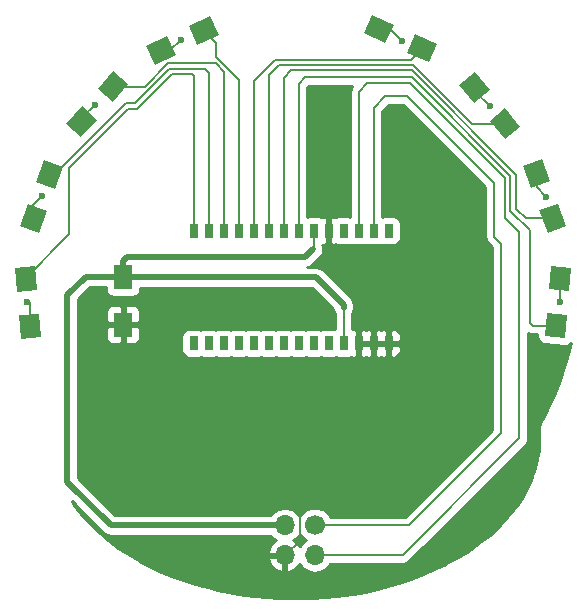
<source format=gbl>
G04 #@! TF.FileFunction,Copper,L2,Bot,Signal*
%FSLAX46Y46*%
G04 Gerber Fmt 4.6, Leading zero omitted, Abs format (unit mm)*
G04 Created by KiCad (PCBNEW 4.0.7) date 06/13/18 09:16:30*
%MOMM*%
%LPD*%
G01*
G04 APERTURE LIST*
%ADD10C,0.100000*%
%ADD11C,1.700000*%
%ADD12O,1.700000X1.700000*%
%ADD13R,0.762000X1.143000*%
%ADD14R,1.600000X2.000000*%
%ADD15C,0.600000*%
%ADD16C,0.500000*%
%ADD17C,0.200000*%
%ADD18C,0.254000*%
G04 APERTURE END LIST*
D10*
D11*
X100965000Y-120904000D03*
D12*
X100965000Y-123444000D03*
X98425000Y-120904000D03*
X98425000Y-123444000D03*
D10*
G36*
X118352700Y-87146564D02*
X117050425Y-88239303D01*
X115764850Y-86707214D01*
X117067125Y-85614475D01*
X118352700Y-87146564D01*
X118352700Y-87146564D01*
G37*
G36*
X115781550Y-84082386D02*
X114479275Y-85175125D01*
X113193700Y-83643036D01*
X114495975Y-82550297D01*
X115781550Y-84082386D01*
X115781550Y-84082386D01*
G37*
G36*
X75548968Y-99142699D02*
X77242499Y-98994534D01*
X77416810Y-100986923D01*
X75723279Y-101135088D01*
X75548968Y-99142699D01*
X75548968Y-99142699D01*
G37*
G36*
X75897590Y-103127477D02*
X77591121Y-102979312D01*
X77765432Y-104971701D01*
X76071901Y-105119866D01*
X75897590Y-103127477D01*
X75897590Y-103127477D01*
G37*
G36*
X78052921Y-89955805D02*
X79650399Y-90537240D01*
X78966359Y-92416625D01*
X77368881Y-91835190D01*
X78052921Y-89955805D01*
X78052921Y-89955805D01*
G37*
G36*
X76684841Y-93714575D02*
X78282319Y-94296010D01*
X77598279Y-96175395D01*
X76000801Y-95593960D01*
X76684841Y-93714575D01*
X76684841Y-93714575D01*
G37*
G36*
X83925719Y-82444204D02*
X85189065Y-83581726D01*
X83850803Y-85068016D01*
X82587457Y-83930494D01*
X83925719Y-82444204D01*
X83925719Y-82444204D01*
G37*
G36*
X81249197Y-85416784D02*
X82512543Y-86554306D01*
X81174281Y-88040596D01*
X79910935Y-86903074D01*
X81249197Y-85416784D01*
X81249197Y-85416784D01*
G37*
G36*
X92123298Y-77819383D02*
X92841749Y-79360106D01*
X91029134Y-80205343D01*
X90310683Y-78664620D01*
X92123298Y-77819383D01*
X92123298Y-77819383D01*
G37*
G36*
X88498066Y-79509857D02*
X89216517Y-81050580D01*
X87403902Y-81895817D01*
X86685451Y-80355094D01*
X88498066Y-79509857D01*
X88498066Y-79509857D01*
G37*
G36*
X111290363Y-80148896D02*
X110598910Y-81701923D01*
X108771819Y-80888450D01*
X109463272Y-79335423D01*
X111290363Y-80148896D01*
X111290363Y-80148896D01*
G37*
G36*
X107636181Y-78521950D02*
X106944728Y-80074977D01*
X105117637Y-79261504D01*
X105809090Y-77708477D01*
X107636181Y-78521950D01*
X107636181Y-78521950D01*
G37*
G36*
X122271599Y-95543160D02*
X120674121Y-96124595D01*
X119990081Y-94245210D01*
X121587559Y-93663775D01*
X122271599Y-95543160D01*
X122271599Y-95543160D01*
G37*
G36*
X120903519Y-91784390D02*
X119306041Y-92365825D01*
X118622001Y-90486440D01*
X120219479Y-89905005D01*
X120903519Y-91784390D01*
X120903519Y-91784390D01*
G37*
G36*
X122149699Y-105069066D02*
X120456168Y-104920901D01*
X120630479Y-102928512D01*
X122324010Y-103076677D01*
X122149699Y-105069066D01*
X122149699Y-105069066D01*
G37*
G36*
X122498321Y-101084288D02*
X120804790Y-100936123D01*
X120979101Y-98943734D01*
X122672632Y-99091899D01*
X122498321Y-101084288D01*
X122498321Y-101084288D01*
G37*
D13*
X90708480Y-95973900D03*
X91978480Y-95973900D03*
X93248480Y-95973900D03*
X94518480Y-95973900D03*
X95788480Y-95973900D03*
X97058480Y-95973900D03*
X98328480Y-95973900D03*
X99598480Y-95973900D03*
X100868480Y-95973900D03*
X102138480Y-95973900D03*
X104678480Y-95973900D03*
X103408480Y-95973900D03*
X105948480Y-95973900D03*
X107218480Y-95973900D03*
X107218480Y-105498900D03*
X105948480Y-105498900D03*
X104678480Y-105498900D03*
X103408480Y-105498900D03*
X102138480Y-105498900D03*
X100868480Y-105498900D03*
X99598480Y-105498900D03*
X98328480Y-105498900D03*
X97058480Y-105498900D03*
X95788480Y-105498900D03*
X94518480Y-105498900D03*
X93248480Y-105498900D03*
X91978480Y-105498900D03*
X90708480Y-105498900D03*
D14*
X84734400Y-99917500D03*
X84734400Y-103917500D03*
D15*
X76611480Y-102011480D03*
X77871320Y-93040200D03*
X82336640Y-85308440D03*
X89611200Y-79822040D03*
X108356400Y-79898240D03*
X115783360Y-85440520D03*
X120548400Y-93080840D03*
X121732040Y-102031800D03*
D16*
X103408480Y-102549960D02*
X103408480Y-102227380D01*
X101098600Y-99917500D02*
X84734400Y-99917500D01*
X103408480Y-102227380D02*
X101098600Y-99917500D01*
X84734400Y-99917500D02*
X84734400Y-98488500D01*
X84734400Y-98488500D02*
X85039200Y-98183700D01*
X85039200Y-98183700D02*
X100164900Y-98183700D01*
X100164900Y-98183700D02*
X100812600Y-97536000D01*
D17*
X100868480Y-95973900D02*
X100868480Y-97373440D01*
X100868480Y-97373440D02*
X100868480Y-97414080D01*
D16*
X98425000Y-120904000D02*
X83687920Y-120904000D01*
X83687920Y-120904000D02*
X80020160Y-117236240D01*
X80020160Y-117236240D02*
X80020160Y-101422200D01*
X80020160Y-101422200D02*
X81593440Y-99848920D01*
X81593440Y-99848920D02*
X84772500Y-99848920D01*
D17*
X103408480Y-105498900D02*
X103408480Y-102549960D01*
X103408480Y-102549960D02*
X103408480Y-102478840D01*
X103408480Y-102478840D02*
X103403400Y-102473760D01*
X102138480Y-95973900D02*
X102138480Y-97680780D01*
X84734400Y-105613200D02*
X84734400Y-103917500D01*
X87096600Y-107975400D02*
X84734400Y-105613200D01*
X107365800Y-107975400D02*
X87096600Y-107975400D01*
X109080300Y-106260900D02*
X107365800Y-107975400D01*
X109080300Y-100012500D02*
X109080300Y-106260900D01*
X107784900Y-98717100D02*
X109080300Y-100012500D01*
X103174800Y-98717100D02*
X107784900Y-98717100D01*
X102138480Y-97680780D02*
X103174800Y-98717100D01*
X104678480Y-105498900D02*
X104678480Y-106547920D01*
X88601300Y-103917500D02*
X84734400Y-103917500D01*
X89001600Y-104317800D02*
X88601300Y-103917500D01*
X89001600Y-106908600D02*
X89001600Y-104317800D01*
X89535000Y-107442000D02*
X89001600Y-106908600D01*
X103784400Y-107442000D02*
X89535000Y-107442000D01*
X104678480Y-106547920D02*
X103784400Y-107442000D01*
X98425000Y-123444000D02*
X98442780Y-123444000D01*
X98442780Y-123444000D02*
X99684840Y-122201940D01*
X99684840Y-122201940D02*
X99684840Y-119969280D01*
X99684840Y-119969280D02*
X99214940Y-119499380D01*
X99214940Y-119499380D02*
X84350860Y-119499380D01*
X84350860Y-119499380D02*
X81381600Y-116530120D01*
X81381600Y-116530120D02*
X81381600Y-104736900D01*
X81381600Y-104736900D02*
X82269580Y-103848920D01*
X82269580Y-103848920D02*
X84734400Y-103848920D01*
X107218480Y-105498900D02*
X105948480Y-105498900D01*
X105948480Y-105498900D02*
X104678480Y-105498900D01*
X76831511Y-104049589D02*
X76831511Y-102231511D01*
X76831511Y-102231511D02*
X76611480Y-102011480D01*
X76831511Y-102053711D02*
X76733400Y-101955600D01*
X77141560Y-93769960D02*
X77141560Y-94944985D01*
X77871320Y-93040200D02*
X77141560Y-93769960D01*
X81211739Y-86728690D02*
X81211739Y-86433341D01*
X81211739Y-86433341D02*
X82336640Y-85308440D01*
X87950984Y-80702837D02*
X88730403Y-80702837D01*
X88730403Y-80702837D02*
X89611200Y-79822040D01*
X106376909Y-78891727D02*
X107349887Y-78891727D01*
X107349887Y-78891727D02*
X108356400Y-79898240D01*
X114487625Y-83862711D02*
X114487625Y-84144785D01*
X114487625Y-84144785D02*
X115783360Y-85440520D01*
X119762760Y-91135415D02*
X119762760Y-92295200D01*
X119762760Y-92295200D02*
X120548400Y-93080840D01*
X121738711Y-100014011D02*
X121738711Y-102025129D01*
X121738711Y-102025129D02*
X121732040Y-102031800D01*
X90766900Y-96024700D02*
X90766900Y-82870040D01*
X80162400Y-96281240D02*
X76334339Y-100109301D01*
X80162400Y-90642440D02*
X80162400Y-96281240D01*
X85156040Y-85648800D02*
X80162400Y-90642440D01*
X85877400Y-85648800D02*
X85156040Y-85648800D01*
X88849200Y-82677000D02*
X85877400Y-85648800D01*
X90573860Y-82677000D02*
X88849200Y-82677000D01*
X90766900Y-82870040D02*
X90573860Y-82677000D01*
X92036900Y-96024700D02*
X92036900Y-82641440D01*
X84963000Y-85156040D02*
X78932825Y-91186215D01*
X85765640Y-85156040D02*
X84963000Y-85156040D01*
X88661240Y-82260440D02*
X85765640Y-85156040D01*
X91655900Y-82260440D02*
X88661240Y-82260440D01*
X92036900Y-82641440D02*
X91655900Y-82260440D01*
X78932825Y-91186215D02*
X78509640Y-91186215D01*
X93306900Y-96024700D02*
X93306900Y-82522060D01*
X86591530Y-83756110D02*
X83888261Y-83756110D01*
X88544400Y-81803240D02*
X86591530Y-83756110D01*
X92588080Y-81803240D02*
X88544400Y-81803240D01*
X93306900Y-82522060D02*
X92588080Y-81803240D01*
X94576900Y-96024700D02*
X94576900Y-83187540D01*
X92623640Y-80059787D02*
X91576216Y-79012363D01*
X92623640Y-81234280D02*
X92623640Y-80059787D01*
X94576900Y-83187540D02*
X92623640Y-81234280D01*
X95788480Y-95973900D02*
X95788480Y-83281520D01*
X109076724Y-81473040D02*
X110031091Y-80518673D01*
X97596960Y-81473040D02*
X109076724Y-81473040D01*
X95788480Y-83281520D02*
X97596960Y-81473040D01*
X97058480Y-95973900D02*
X97058480Y-82763360D01*
X114320789Y-86926889D02*
X117058775Y-86926889D01*
X109313980Y-81920080D02*
X114320789Y-86926889D01*
X97901760Y-81920080D02*
X109313980Y-81920080D01*
X97058480Y-82763360D02*
X97901760Y-81920080D01*
X98328480Y-95973900D02*
X98328480Y-83002120D01*
X118810825Y-94894185D02*
X121130840Y-94894185D01*
X118018560Y-94101920D02*
X118810825Y-94894185D01*
X118018560Y-91224100D02*
X118018560Y-94101920D01*
X109189520Y-82395060D02*
X118018560Y-91224100D01*
X98935540Y-82395060D02*
X109189520Y-82395060D01*
X98328480Y-83002120D02*
X98935540Y-82395060D01*
X99598480Y-95973900D02*
X99598480Y-83520280D01*
X119421669Y-103998789D02*
X121390089Y-103998789D01*
X119176800Y-103753920D02*
X119421669Y-103998789D01*
X119176800Y-95897700D02*
X119176800Y-103753920D01*
X117538500Y-94259400D02*
X119176800Y-95897700D01*
X117538500Y-91358720D02*
X117538500Y-94259400D01*
X109161580Y-82981800D02*
X117538500Y-91358720D01*
X100136960Y-82981800D02*
X109161580Y-82981800D01*
X99598480Y-83520280D02*
X100136960Y-82981800D01*
X100965000Y-123444000D02*
X108402120Y-123444000D01*
X104678480Y-84195920D02*
X104678480Y-95973900D01*
X105399840Y-83474560D02*
X104678480Y-84195920D01*
X109057440Y-83474560D02*
X105399840Y-83474560D01*
X117096540Y-91513660D02*
X109057440Y-83474560D01*
X117096540Y-94912180D02*
X117096540Y-91513660D01*
X118297960Y-96113600D02*
X117096540Y-94912180D01*
X118297960Y-113548160D02*
X118297960Y-96113600D01*
X108402120Y-123444000D02*
X118297960Y-113548160D01*
X105948480Y-95973900D02*
X105948480Y-85552280D01*
X108930440Y-120904000D02*
X100965000Y-120904000D01*
X116733320Y-113101120D02*
X108930440Y-120904000D01*
X116733320Y-97063560D02*
X116733320Y-113101120D01*
X116146580Y-96476820D02*
X116733320Y-97063560D01*
X116146580Y-91950540D02*
X116146580Y-96476820D01*
X108770420Y-84574380D02*
X116146580Y-91950540D01*
X106926380Y-84574380D02*
X108770420Y-84574380D01*
X105948480Y-85552280D02*
X106926380Y-84574380D01*
D18*
G36*
X119089680Y-104643952D02*
X119140397Y-104677840D01*
X119421669Y-104733789D01*
X119822625Y-104733789D01*
X119811192Y-104864473D01*
X119834792Y-105102753D01*
X119954498Y-105330176D01*
X120153254Y-105493109D01*
X120399740Y-105565877D01*
X122093271Y-105714042D01*
X122331551Y-105690442D01*
X122558974Y-105570736D01*
X122625661Y-105489387D01*
X122499884Y-106055382D01*
X122253495Y-106991663D01*
X122008172Y-107776696D01*
X121708163Y-108626721D01*
X121464549Y-109308840D01*
X121222840Y-109840600D01*
X121221048Y-109848242D01*
X121216607Y-109854717D01*
X120920024Y-110546744D01*
X120527763Y-111331266D01*
X120193111Y-111952762D01*
X120110044Y-112077363D01*
X120083490Y-112141659D01*
X120044846Y-112199495D01*
X120031132Y-112268438D01*
X120004298Y-112333414D01*
X120004371Y-112402977D01*
X119990800Y-112471200D01*
X119990800Y-113965674D01*
X119945154Y-114513431D01*
X119802743Y-115320423D01*
X119612213Y-116082544D01*
X119468435Y-116513878D01*
X119279023Y-117082113D01*
X118808461Y-118070293D01*
X118476200Y-118592418D01*
X118139162Y-119122049D01*
X117264531Y-120239633D01*
X116647674Y-120903942D01*
X115763476Y-121689895D01*
X115083548Y-122272691D01*
X114606477Y-122606641D01*
X113814270Y-123151283D01*
X113071108Y-123597180D01*
X112586488Y-123887952D01*
X112102878Y-124129757D01*
X112090506Y-124139359D01*
X112075594Y-124144148D01*
X111640267Y-124385996D01*
X110908743Y-124727374D01*
X110118523Y-125073095D01*
X108832324Y-125567787D01*
X107751894Y-125911560D01*
X106813110Y-126158609D01*
X105967468Y-126357583D01*
X104773445Y-126606338D01*
X103534391Y-126804587D01*
X102687653Y-126904203D01*
X101799324Y-127002906D01*
X100670170Y-127052000D01*
X97860510Y-127052000D01*
X96976858Y-127002908D01*
X95839014Y-126903965D01*
X94452923Y-126705952D01*
X93158873Y-126457096D01*
X92720720Y-126359729D01*
X91917002Y-126158800D01*
X91917001Y-126158799D01*
X91510602Y-126057200D01*
X91510601Y-126057199D01*
X91125931Y-125961032D01*
X90039352Y-125615302D01*
X89050255Y-125269118D01*
X87966566Y-124825791D01*
X87127149Y-124430771D01*
X86239739Y-123987066D01*
X85918164Y-123800890D01*
X96983524Y-123800890D01*
X97153355Y-124210924D01*
X97543642Y-124639183D01*
X98068108Y-124885486D01*
X98298000Y-124764819D01*
X98298000Y-123571000D01*
X97104845Y-123571000D01*
X96983524Y-123800890D01*
X85918164Y-123800890D01*
X85309182Y-123448321D01*
X84331308Y-122812703D01*
X83499450Y-122176576D01*
X82672215Y-121495323D01*
X82340846Y-121163954D01*
X82340843Y-121163952D01*
X81842140Y-120665248D01*
X81213782Y-119988556D01*
X80594335Y-119178510D01*
X80400143Y-118867803D01*
X83062128Y-121529787D01*
X83062130Y-121529790D01*
X83349245Y-121721633D01*
X83405436Y-121732810D01*
X83687920Y-121789001D01*
X83687925Y-121789000D01*
X97235568Y-121789000D01*
X97345853Y-121954054D01*
X97686553Y-122181702D01*
X97543642Y-122248817D01*
X97153355Y-122677076D01*
X96983524Y-123087110D01*
X97104845Y-123317000D01*
X98298000Y-123317000D01*
X98298000Y-123297000D01*
X98552000Y-123297000D01*
X98552000Y-123317000D01*
X98572000Y-123317000D01*
X98572000Y-123571000D01*
X98552000Y-123571000D01*
X98552000Y-124764819D01*
X98781892Y-124885486D01*
X99306358Y-124639183D01*
X99696645Y-124210924D01*
X99696655Y-124210899D01*
X99885853Y-124494054D01*
X100367622Y-124815961D01*
X100935907Y-124929000D01*
X100994093Y-124929000D01*
X101562378Y-124815961D01*
X102044147Y-124494054D01*
X102254659Y-124179000D01*
X108402120Y-124179000D01*
X108683392Y-124123051D01*
X108921843Y-123963723D01*
X118817683Y-114067884D01*
X118977011Y-113829432D01*
X118987061Y-113778908D01*
X119032960Y-113548160D01*
X119032960Y-104606053D01*
X119089680Y-104643952D01*
X119089680Y-104643952D01*
G37*
X119089680Y-104643952D02*
X119140397Y-104677840D01*
X119421669Y-104733789D01*
X119822625Y-104733789D01*
X119811192Y-104864473D01*
X119834792Y-105102753D01*
X119954498Y-105330176D01*
X120153254Y-105493109D01*
X120399740Y-105565877D01*
X122093271Y-105714042D01*
X122331551Y-105690442D01*
X122558974Y-105570736D01*
X122625661Y-105489387D01*
X122499884Y-106055382D01*
X122253495Y-106991663D01*
X122008172Y-107776696D01*
X121708163Y-108626721D01*
X121464549Y-109308840D01*
X121222840Y-109840600D01*
X121221048Y-109848242D01*
X121216607Y-109854717D01*
X120920024Y-110546744D01*
X120527763Y-111331266D01*
X120193111Y-111952762D01*
X120110044Y-112077363D01*
X120083490Y-112141659D01*
X120044846Y-112199495D01*
X120031132Y-112268438D01*
X120004298Y-112333414D01*
X120004371Y-112402977D01*
X119990800Y-112471200D01*
X119990800Y-113965674D01*
X119945154Y-114513431D01*
X119802743Y-115320423D01*
X119612213Y-116082544D01*
X119468435Y-116513878D01*
X119279023Y-117082113D01*
X118808461Y-118070293D01*
X118476200Y-118592418D01*
X118139162Y-119122049D01*
X117264531Y-120239633D01*
X116647674Y-120903942D01*
X115763476Y-121689895D01*
X115083548Y-122272691D01*
X114606477Y-122606641D01*
X113814270Y-123151283D01*
X113071108Y-123597180D01*
X112586488Y-123887952D01*
X112102878Y-124129757D01*
X112090506Y-124139359D01*
X112075594Y-124144148D01*
X111640267Y-124385996D01*
X110908743Y-124727374D01*
X110118523Y-125073095D01*
X108832324Y-125567787D01*
X107751894Y-125911560D01*
X106813110Y-126158609D01*
X105967468Y-126357583D01*
X104773445Y-126606338D01*
X103534391Y-126804587D01*
X102687653Y-126904203D01*
X101799324Y-127002906D01*
X100670170Y-127052000D01*
X97860510Y-127052000D01*
X96976858Y-127002908D01*
X95839014Y-126903965D01*
X94452923Y-126705952D01*
X93158873Y-126457096D01*
X92720720Y-126359729D01*
X91917002Y-126158800D01*
X91917001Y-126158799D01*
X91510602Y-126057200D01*
X91510601Y-126057199D01*
X91125931Y-125961032D01*
X90039352Y-125615302D01*
X89050255Y-125269118D01*
X87966566Y-124825791D01*
X87127149Y-124430771D01*
X86239739Y-123987066D01*
X85918164Y-123800890D01*
X96983524Y-123800890D01*
X97153355Y-124210924D01*
X97543642Y-124639183D01*
X98068108Y-124885486D01*
X98298000Y-124764819D01*
X98298000Y-123571000D01*
X97104845Y-123571000D01*
X96983524Y-123800890D01*
X85918164Y-123800890D01*
X85309182Y-123448321D01*
X84331308Y-122812703D01*
X83499450Y-122176576D01*
X82672215Y-121495323D01*
X82340846Y-121163954D01*
X82340843Y-121163952D01*
X81842140Y-120665248D01*
X81213782Y-119988556D01*
X80594335Y-119178510D01*
X80400143Y-118867803D01*
X83062128Y-121529787D01*
X83062130Y-121529790D01*
X83349245Y-121721633D01*
X83405436Y-121732810D01*
X83687920Y-121789001D01*
X83687925Y-121789000D01*
X97235568Y-121789000D01*
X97345853Y-121954054D01*
X97686553Y-122181702D01*
X97543642Y-122248817D01*
X97153355Y-122677076D01*
X96983524Y-123087110D01*
X97104845Y-123317000D01*
X98298000Y-123317000D01*
X98298000Y-123297000D01*
X98552000Y-123297000D01*
X98552000Y-123317000D01*
X98572000Y-123317000D01*
X98572000Y-123571000D01*
X98552000Y-123571000D01*
X98552000Y-124764819D01*
X98781892Y-124885486D01*
X99306358Y-124639183D01*
X99696645Y-124210924D01*
X99696655Y-124210899D01*
X99885853Y-124494054D01*
X100367622Y-124815961D01*
X100935907Y-124929000D01*
X100994093Y-124929000D01*
X101562378Y-124815961D01*
X102044147Y-124494054D01*
X102254659Y-124179000D01*
X108402120Y-124179000D01*
X108683392Y-124123051D01*
X108921843Y-123963723D01*
X118817683Y-114067884D01*
X118977011Y-113829432D01*
X118987061Y-113778908D01*
X119032960Y-113548160D01*
X119032960Y-104606053D01*
X119089680Y-104643952D01*
G36*
X99705344Y-121744086D02*
X100122717Y-122162188D01*
X100190550Y-122190355D01*
X99885853Y-122393946D01*
X99696655Y-122677101D01*
X99696645Y-122677076D01*
X99306358Y-122248817D01*
X99163447Y-122181702D01*
X99504147Y-121954054D01*
X99682074Y-121687767D01*
X99705344Y-121744086D01*
X99705344Y-121744086D01*
G37*
X99705344Y-121744086D02*
X100122717Y-122162188D01*
X100190550Y-122190355D01*
X99885853Y-122393946D01*
X99696655Y-122677101D01*
X99696645Y-122677076D01*
X99306358Y-122248817D01*
X99163447Y-122181702D01*
X99504147Y-121954054D01*
X99682074Y-121687767D01*
X99705344Y-121744086D01*
G36*
X103999429Y-83914648D02*
X103943480Y-84195920D01*
X103943480Y-94786146D01*
X103789480Y-94754960D01*
X103027480Y-94754960D01*
X102792163Y-94799238D01*
X102764941Y-94816755D01*
X102645789Y-94767400D01*
X102424230Y-94767400D01*
X102265480Y-94926150D01*
X102265480Y-95846900D01*
X102285480Y-95846900D01*
X102285480Y-96100900D01*
X102265480Y-96100900D01*
X102265480Y-97021650D01*
X102424230Y-97180400D01*
X102645789Y-97180400D01*
X102761743Y-97132370D01*
X102775590Y-97141831D01*
X103027480Y-97192840D01*
X103789480Y-97192840D01*
X104024797Y-97148562D01*
X104040579Y-97138407D01*
X104045590Y-97141831D01*
X104297480Y-97192840D01*
X105059480Y-97192840D01*
X105294797Y-97148562D01*
X105310579Y-97138407D01*
X105315590Y-97141831D01*
X105567480Y-97192840D01*
X106329480Y-97192840D01*
X106564797Y-97148562D01*
X106580579Y-97138407D01*
X106585590Y-97141831D01*
X106837480Y-97192840D01*
X107599480Y-97192840D01*
X107834797Y-97148562D01*
X108050921Y-97009490D01*
X108195911Y-96797290D01*
X108246920Y-96545400D01*
X108246920Y-95402400D01*
X108202642Y-95167083D01*
X108063570Y-94950959D01*
X107851370Y-94805969D01*
X107599480Y-94754960D01*
X106837480Y-94754960D01*
X106683480Y-94783937D01*
X106683480Y-85856726D01*
X107230827Y-85309380D01*
X108465974Y-85309380D01*
X115411580Y-92254987D01*
X115411580Y-96476820D01*
X115457473Y-96707539D01*
X115467529Y-96758092D01*
X115626857Y-96996543D01*
X115998320Y-97368007D01*
X115998320Y-112796673D01*
X108625994Y-120169000D01*
X102268077Y-120169000D01*
X102224656Y-120063914D01*
X101807283Y-119645812D01*
X101261681Y-119419258D01*
X100670911Y-119418743D01*
X100124914Y-119644344D01*
X99706812Y-120061717D01*
X99682345Y-120120639D01*
X99504147Y-119853946D01*
X99022378Y-119532039D01*
X98454093Y-119419000D01*
X98395907Y-119419000D01*
X97827622Y-119532039D01*
X97345853Y-119853946D01*
X97235568Y-120019000D01*
X84054499Y-120019000D01*
X80905160Y-116869660D01*
X80905160Y-104203250D01*
X83299400Y-104203250D01*
X83299400Y-105043809D01*
X83396073Y-105277198D01*
X83574701Y-105455827D01*
X83808090Y-105552500D01*
X84448650Y-105552500D01*
X84607400Y-105393750D01*
X84607400Y-104044500D01*
X84861400Y-104044500D01*
X84861400Y-105393750D01*
X85020150Y-105552500D01*
X85660710Y-105552500D01*
X85894099Y-105455827D01*
X86072727Y-105277198D01*
X86169400Y-105043809D01*
X86169400Y-104203250D01*
X86010650Y-104044500D01*
X84861400Y-104044500D01*
X84607400Y-104044500D01*
X83458150Y-104044500D01*
X83299400Y-104203250D01*
X80905160Y-104203250D01*
X80905160Y-102791191D01*
X83299400Y-102791191D01*
X83299400Y-103631750D01*
X83458150Y-103790500D01*
X84607400Y-103790500D01*
X84607400Y-102441250D01*
X84861400Y-102441250D01*
X84861400Y-103790500D01*
X86010650Y-103790500D01*
X86169400Y-103631750D01*
X86169400Y-102791191D01*
X86072727Y-102557802D01*
X85894099Y-102379173D01*
X85660710Y-102282500D01*
X85020150Y-102282500D01*
X84861400Y-102441250D01*
X84607400Y-102441250D01*
X84448650Y-102282500D01*
X83808090Y-102282500D01*
X83574701Y-102379173D01*
X83396073Y-102557802D01*
X83299400Y-102791191D01*
X80905160Y-102791191D01*
X80905160Y-101788780D01*
X81960019Y-100733920D01*
X83286960Y-100733920D01*
X83286960Y-100917500D01*
X83331238Y-101152817D01*
X83470310Y-101368941D01*
X83682510Y-101513931D01*
X83934400Y-101564940D01*
X85534400Y-101564940D01*
X85769717Y-101520662D01*
X85985841Y-101381590D01*
X86130831Y-101169390D01*
X86181840Y-100917500D01*
X86181840Y-100802500D01*
X100732020Y-100802500D01*
X102534405Y-102604884D01*
X102590847Y-102888635D01*
X102673480Y-103012305D01*
X102673480Y-104311146D01*
X102519480Y-104279960D01*
X101757480Y-104279960D01*
X101522163Y-104324238D01*
X101506381Y-104334393D01*
X101501370Y-104330969D01*
X101249480Y-104279960D01*
X100487480Y-104279960D01*
X100252163Y-104324238D01*
X100236381Y-104334393D01*
X100231370Y-104330969D01*
X99979480Y-104279960D01*
X99217480Y-104279960D01*
X98982163Y-104324238D01*
X98966381Y-104334393D01*
X98961370Y-104330969D01*
X98709480Y-104279960D01*
X97947480Y-104279960D01*
X97712163Y-104324238D01*
X97696381Y-104334393D01*
X97691370Y-104330969D01*
X97439480Y-104279960D01*
X96677480Y-104279960D01*
X96442163Y-104324238D01*
X96426381Y-104334393D01*
X96421370Y-104330969D01*
X96169480Y-104279960D01*
X95407480Y-104279960D01*
X95172163Y-104324238D01*
X95156381Y-104334393D01*
X95151370Y-104330969D01*
X94899480Y-104279960D01*
X94137480Y-104279960D01*
X93902163Y-104324238D01*
X93886381Y-104334393D01*
X93881370Y-104330969D01*
X93629480Y-104279960D01*
X92867480Y-104279960D01*
X92632163Y-104324238D01*
X92616381Y-104334393D01*
X92611370Y-104330969D01*
X92359480Y-104279960D01*
X91597480Y-104279960D01*
X91362163Y-104324238D01*
X91346381Y-104334393D01*
X91341370Y-104330969D01*
X91089480Y-104279960D01*
X90327480Y-104279960D01*
X90092163Y-104324238D01*
X89876039Y-104463310D01*
X89731049Y-104675510D01*
X89680040Y-104927400D01*
X89680040Y-106070400D01*
X89724318Y-106305717D01*
X89863390Y-106521841D01*
X90075590Y-106666831D01*
X90327480Y-106717840D01*
X91089480Y-106717840D01*
X91324797Y-106673562D01*
X91340579Y-106663407D01*
X91345590Y-106666831D01*
X91597480Y-106717840D01*
X92359480Y-106717840D01*
X92594797Y-106673562D01*
X92610579Y-106663407D01*
X92615590Y-106666831D01*
X92867480Y-106717840D01*
X93629480Y-106717840D01*
X93864797Y-106673562D01*
X93880579Y-106663407D01*
X93885590Y-106666831D01*
X94137480Y-106717840D01*
X94899480Y-106717840D01*
X95134797Y-106673562D01*
X95150579Y-106663407D01*
X95155590Y-106666831D01*
X95407480Y-106717840D01*
X96169480Y-106717840D01*
X96404797Y-106673562D01*
X96420579Y-106663407D01*
X96425590Y-106666831D01*
X96677480Y-106717840D01*
X97439480Y-106717840D01*
X97674797Y-106673562D01*
X97690579Y-106663407D01*
X97695590Y-106666831D01*
X97947480Y-106717840D01*
X98709480Y-106717840D01*
X98944797Y-106673562D01*
X98960579Y-106663407D01*
X98965590Y-106666831D01*
X99217480Y-106717840D01*
X99979480Y-106717840D01*
X100214797Y-106673562D01*
X100230579Y-106663407D01*
X100235590Y-106666831D01*
X100487480Y-106717840D01*
X101249480Y-106717840D01*
X101484797Y-106673562D01*
X101500579Y-106663407D01*
X101505590Y-106666831D01*
X101757480Y-106717840D01*
X102519480Y-106717840D01*
X102754797Y-106673562D01*
X102770579Y-106663407D01*
X102775590Y-106666831D01*
X103027480Y-106717840D01*
X103789480Y-106717840D01*
X104024797Y-106673562D01*
X104052019Y-106656045D01*
X104171171Y-106705400D01*
X104392730Y-106705400D01*
X104551480Y-106546650D01*
X104551480Y-105625900D01*
X104805480Y-105625900D01*
X104805480Y-106546650D01*
X104964230Y-106705400D01*
X105185789Y-106705400D01*
X105313480Y-106652509D01*
X105441171Y-106705400D01*
X105662730Y-106705400D01*
X105821480Y-106546650D01*
X105821480Y-105625900D01*
X106075480Y-105625900D01*
X106075480Y-106546650D01*
X106234230Y-106705400D01*
X106455789Y-106705400D01*
X106583480Y-106652509D01*
X106711171Y-106705400D01*
X106932730Y-106705400D01*
X107091480Y-106546650D01*
X107091480Y-105625900D01*
X107345480Y-105625900D01*
X107345480Y-106546650D01*
X107504230Y-106705400D01*
X107725789Y-106705400D01*
X107959178Y-106608727D01*
X108137807Y-106430099D01*
X108234480Y-106196710D01*
X108234480Y-105784650D01*
X108075730Y-105625900D01*
X107345480Y-105625900D01*
X107091480Y-105625900D01*
X106075480Y-105625900D01*
X105821480Y-105625900D01*
X104805480Y-105625900D01*
X104551480Y-105625900D01*
X104531480Y-105625900D01*
X104531480Y-105371900D01*
X104551480Y-105371900D01*
X104551480Y-104451150D01*
X104805480Y-104451150D01*
X104805480Y-105371900D01*
X105821480Y-105371900D01*
X105821480Y-104451150D01*
X106075480Y-104451150D01*
X106075480Y-105371900D01*
X107091480Y-105371900D01*
X107091480Y-104451150D01*
X107345480Y-104451150D01*
X107345480Y-105371900D01*
X108075730Y-105371900D01*
X108234480Y-105213150D01*
X108234480Y-104801090D01*
X108137807Y-104567701D01*
X107959178Y-104389073D01*
X107725789Y-104292400D01*
X107504230Y-104292400D01*
X107345480Y-104451150D01*
X107091480Y-104451150D01*
X106932730Y-104292400D01*
X106711171Y-104292400D01*
X106583480Y-104345291D01*
X106455789Y-104292400D01*
X106234230Y-104292400D01*
X106075480Y-104451150D01*
X105821480Y-104451150D01*
X105662730Y-104292400D01*
X105441171Y-104292400D01*
X105313480Y-104345291D01*
X105185789Y-104292400D01*
X104964230Y-104292400D01*
X104805480Y-104451150D01*
X104551480Y-104451150D01*
X104392730Y-104292400D01*
X104171171Y-104292400D01*
X104143480Y-104303870D01*
X104143480Y-103012305D01*
X104226113Y-102888635D01*
X104293480Y-102549960D01*
X104293480Y-102227385D01*
X104293481Y-102227380D01*
X104226113Y-101888706D01*
X104226113Y-101888705D01*
X104034270Y-101601590D01*
X104034267Y-101601588D01*
X101724390Y-99291710D01*
X101614604Y-99218354D01*
X101437275Y-99099867D01*
X101381084Y-99088690D01*
X101098600Y-99032499D01*
X101098595Y-99032500D01*
X100346891Y-99032500D01*
X100457992Y-99010400D01*
X100503575Y-99001333D01*
X100790690Y-98809490D01*
X101438389Y-98161790D01*
X101630233Y-97874675D01*
X101697601Y-97536000D01*
X101630233Y-97197326D01*
X101614236Y-97173385D01*
X101631171Y-97180400D01*
X101852730Y-97180400D01*
X102011480Y-97021650D01*
X102011480Y-96100900D01*
X101991480Y-96100900D01*
X101991480Y-95846900D01*
X102011480Y-95846900D01*
X102011480Y-94926150D01*
X101852730Y-94767400D01*
X101631171Y-94767400D01*
X101515217Y-94815430D01*
X101501370Y-94805969D01*
X101249480Y-94754960D01*
X100487480Y-94754960D01*
X100333480Y-94783937D01*
X100333480Y-83824726D01*
X100441407Y-83716800D01*
X104131627Y-83716800D01*
X103999429Y-83914648D01*
X103999429Y-83914648D01*
G37*
X103999429Y-83914648D02*
X103943480Y-84195920D01*
X103943480Y-94786146D01*
X103789480Y-94754960D01*
X103027480Y-94754960D01*
X102792163Y-94799238D01*
X102764941Y-94816755D01*
X102645789Y-94767400D01*
X102424230Y-94767400D01*
X102265480Y-94926150D01*
X102265480Y-95846900D01*
X102285480Y-95846900D01*
X102285480Y-96100900D01*
X102265480Y-96100900D01*
X102265480Y-97021650D01*
X102424230Y-97180400D01*
X102645789Y-97180400D01*
X102761743Y-97132370D01*
X102775590Y-97141831D01*
X103027480Y-97192840D01*
X103789480Y-97192840D01*
X104024797Y-97148562D01*
X104040579Y-97138407D01*
X104045590Y-97141831D01*
X104297480Y-97192840D01*
X105059480Y-97192840D01*
X105294797Y-97148562D01*
X105310579Y-97138407D01*
X105315590Y-97141831D01*
X105567480Y-97192840D01*
X106329480Y-97192840D01*
X106564797Y-97148562D01*
X106580579Y-97138407D01*
X106585590Y-97141831D01*
X106837480Y-97192840D01*
X107599480Y-97192840D01*
X107834797Y-97148562D01*
X108050921Y-97009490D01*
X108195911Y-96797290D01*
X108246920Y-96545400D01*
X108246920Y-95402400D01*
X108202642Y-95167083D01*
X108063570Y-94950959D01*
X107851370Y-94805969D01*
X107599480Y-94754960D01*
X106837480Y-94754960D01*
X106683480Y-94783937D01*
X106683480Y-85856726D01*
X107230827Y-85309380D01*
X108465974Y-85309380D01*
X115411580Y-92254987D01*
X115411580Y-96476820D01*
X115457473Y-96707539D01*
X115467529Y-96758092D01*
X115626857Y-96996543D01*
X115998320Y-97368007D01*
X115998320Y-112796673D01*
X108625994Y-120169000D01*
X102268077Y-120169000D01*
X102224656Y-120063914D01*
X101807283Y-119645812D01*
X101261681Y-119419258D01*
X100670911Y-119418743D01*
X100124914Y-119644344D01*
X99706812Y-120061717D01*
X99682345Y-120120639D01*
X99504147Y-119853946D01*
X99022378Y-119532039D01*
X98454093Y-119419000D01*
X98395907Y-119419000D01*
X97827622Y-119532039D01*
X97345853Y-119853946D01*
X97235568Y-120019000D01*
X84054499Y-120019000D01*
X80905160Y-116869660D01*
X80905160Y-104203250D01*
X83299400Y-104203250D01*
X83299400Y-105043809D01*
X83396073Y-105277198D01*
X83574701Y-105455827D01*
X83808090Y-105552500D01*
X84448650Y-105552500D01*
X84607400Y-105393750D01*
X84607400Y-104044500D01*
X84861400Y-104044500D01*
X84861400Y-105393750D01*
X85020150Y-105552500D01*
X85660710Y-105552500D01*
X85894099Y-105455827D01*
X86072727Y-105277198D01*
X86169400Y-105043809D01*
X86169400Y-104203250D01*
X86010650Y-104044500D01*
X84861400Y-104044500D01*
X84607400Y-104044500D01*
X83458150Y-104044500D01*
X83299400Y-104203250D01*
X80905160Y-104203250D01*
X80905160Y-102791191D01*
X83299400Y-102791191D01*
X83299400Y-103631750D01*
X83458150Y-103790500D01*
X84607400Y-103790500D01*
X84607400Y-102441250D01*
X84861400Y-102441250D01*
X84861400Y-103790500D01*
X86010650Y-103790500D01*
X86169400Y-103631750D01*
X86169400Y-102791191D01*
X86072727Y-102557802D01*
X85894099Y-102379173D01*
X85660710Y-102282500D01*
X85020150Y-102282500D01*
X84861400Y-102441250D01*
X84607400Y-102441250D01*
X84448650Y-102282500D01*
X83808090Y-102282500D01*
X83574701Y-102379173D01*
X83396073Y-102557802D01*
X83299400Y-102791191D01*
X80905160Y-102791191D01*
X80905160Y-101788780D01*
X81960019Y-100733920D01*
X83286960Y-100733920D01*
X83286960Y-100917500D01*
X83331238Y-101152817D01*
X83470310Y-101368941D01*
X83682510Y-101513931D01*
X83934400Y-101564940D01*
X85534400Y-101564940D01*
X85769717Y-101520662D01*
X85985841Y-101381590D01*
X86130831Y-101169390D01*
X86181840Y-100917500D01*
X86181840Y-100802500D01*
X100732020Y-100802500D01*
X102534405Y-102604884D01*
X102590847Y-102888635D01*
X102673480Y-103012305D01*
X102673480Y-104311146D01*
X102519480Y-104279960D01*
X101757480Y-104279960D01*
X101522163Y-104324238D01*
X101506381Y-104334393D01*
X101501370Y-104330969D01*
X101249480Y-104279960D01*
X100487480Y-104279960D01*
X100252163Y-104324238D01*
X100236381Y-104334393D01*
X100231370Y-104330969D01*
X99979480Y-104279960D01*
X99217480Y-104279960D01*
X98982163Y-104324238D01*
X98966381Y-104334393D01*
X98961370Y-104330969D01*
X98709480Y-104279960D01*
X97947480Y-104279960D01*
X97712163Y-104324238D01*
X97696381Y-104334393D01*
X97691370Y-104330969D01*
X97439480Y-104279960D01*
X96677480Y-104279960D01*
X96442163Y-104324238D01*
X96426381Y-104334393D01*
X96421370Y-104330969D01*
X96169480Y-104279960D01*
X95407480Y-104279960D01*
X95172163Y-104324238D01*
X95156381Y-104334393D01*
X95151370Y-104330969D01*
X94899480Y-104279960D01*
X94137480Y-104279960D01*
X93902163Y-104324238D01*
X93886381Y-104334393D01*
X93881370Y-104330969D01*
X93629480Y-104279960D01*
X92867480Y-104279960D01*
X92632163Y-104324238D01*
X92616381Y-104334393D01*
X92611370Y-104330969D01*
X92359480Y-104279960D01*
X91597480Y-104279960D01*
X91362163Y-104324238D01*
X91346381Y-104334393D01*
X91341370Y-104330969D01*
X91089480Y-104279960D01*
X90327480Y-104279960D01*
X90092163Y-104324238D01*
X89876039Y-104463310D01*
X89731049Y-104675510D01*
X89680040Y-104927400D01*
X89680040Y-106070400D01*
X89724318Y-106305717D01*
X89863390Y-106521841D01*
X90075590Y-106666831D01*
X90327480Y-106717840D01*
X91089480Y-106717840D01*
X91324797Y-106673562D01*
X91340579Y-106663407D01*
X91345590Y-106666831D01*
X91597480Y-106717840D01*
X92359480Y-106717840D01*
X92594797Y-106673562D01*
X92610579Y-106663407D01*
X92615590Y-106666831D01*
X92867480Y-106717840D01*
X93629480Y-106717840D01*
X93864797Y-106673562D01*
X93880579Y-106663407D01*
X93885590Y-106666831D01*
X94137480Y-106717840D01*
X94899480Y-106717840D01*
X95134797Y-106673562D01*
X95150579Y-106663407D01*
X95155590Y-106666831D01*
X95407480Y-106717840D01*
X96169480Y-106717840D01*
X96404797Y-106673562D01*
X96420579Y-106663407D01*
X96425590Y-106666831D01*
X96677480Y-106717840D01*
X97439480Y-106717840D01*
X97674797Y-106673562D01*
X97690579Y-106663407D01*
X97695590Y-106666831D01*
X97947480Y-106717840D01*
X98709480Y-106717840D01*
X98944797Y-106673562D01*
X98960579Y-106663407D01*
X98965590Y-106666831D01*
X99217480Y-106717840D01*
X99979480Y-106717840D01*
X100214797Y-106673562D01*
X100230579Y-106663407D01*
X100235590Y-106666831D01*
X100487480Y-106717840D01*
X101249480Y-106717840D01*
X101484797Y-106673562D01*
X101500579Y-106663407D01*
X101505590Y-106666831D01*
X101757480Y-106717840D01*
X102519480Y-106717840D01*
X102754797Y-106673562D01*
X102770579Y-106663407D01*
X102775590Y-106666831D01*
X103027480Y-106717840D01*
X103789480Y-106717840D01*
X104024797Y-106673562D01*
X104052019Y-106656045D01*
X104171171Y-106705400D01*
X104392730Y-106705400D01*
X104551480Y-106546650D01*
X104551480Y-105625900D01*
X104805480Y-105625900D01*
X104805480Y-106546650D01*
X104964230Y-106705400D01*
X105185789Y-106705400D01*
X105313480Y-106652509D01*
X105441171Y-106705400D01*
X105662730Y-106705400D01*
X105821480Y-106546650D01*
X105821480Y-105625900D01*
X106075480Y-105625900D01*
X106075480Y-106546650D01*
X106234230Y-106705400D01*
X106455789Y-106705400D01*
X106583480Y-106652509D01*
X106711171Y-106705400D01*
X106932730Y-106705400D01*
X107091480Y-106546650D01*
X107091480Y-105625900D01*
X107345480Y-105625900D01*
X107345480Y-106546650D01*
X107504230Y-106705400D01*
X107725789Y-106705400D01*
X107959178Y-106608727D01*
X108137807Y-106430099D01*
X108234480Y-106196710D01*
X108234480Y-105784650D01*
X108075730Y-105625900D01*
X107345480Y-105625900D01*
X107091480Y-105625900D01*
X106075480Y-105625900D01*
X105821480Y-105625900D01*
X104805480Y-105625900D01*
X104551480Y-105625900D01*
X104531480Y-105625900D01*
X104531480Y-105371900D01*
X104551480Y-105371900D01*
X104551480Y-104451150D01*
X104805480Y-104451150D01*
X104805480Y-105371900D01*
X105821480Y-105371900D01*
X105821480Y-104451150D01*
X106075480Y-104451150D01*
X106075480Y-105371900D01*
X107091480Y-105371900D01*
X107091480Y-104451150D01*
X107345480Y-104451150D01*
X107345480Y-105371900D01*
X108075730Y-105371900D01*
X108234480Y-105213150D01*
X108234480Y-104801090D01*
X108137807Y-104567701D01*
X107959178Y-104389073D01*
X107725789Y-104292400D01*
X107504230Y-104292400D01*
X107345480Y-104451150D01*
X107091480Y-104451150D01*
X106932730Y-104292400D01*
X106711171Y-104292400D01*
X106583480Y-104345291D01*
X106455789Y-104292400D01*
X106234230Y-104292400D01*
X106075480Y-104451150D01*
X105821480Y-104451150D01*
X105662730Y-104292400D01*
X105441171Y-104292400D01*
X105313480Y-104345291D01*
X105185789Y-104292400D01*
X104964230Y-104292400D01*
X104805480Y-104451150D01*
X104551480Y-104451150D01*
X104392730Y-104292400D01*
X104171171Y-104292400D01*
X104143480Y-104303870D01*
X104143480Y-103012305D01*
X104226113Y-102888635D01*
X104293480Y-102549960D01*
X104293480Y-102227385D01*
X104293481Y-102227380D01*
X104226113Y-101888706D01*
X104226113Y-101888705D01*
X104034270Y-101601590D01*
X104034267Y-101601588D01*
X101724390Y-99291710D01*
X101614604Y-99218354D01*
X101437275Y-99099867D01*
X101381084Y-99088690D01*
X101098600Y-99032499D01*
X101098595Y-99032500D01*
X100346891Y-99032500D01*
X100457992Y-99010400D01*
X100503575Y-99001333D01*
X100790690Y-98809490D01*
X101438389Y-98161790D01*
X101630233Y-97874675D01*
X101697601Y-97536000D01*
X101630233Y-97197326D01*
X101614236Y-97173385D01*
X101631171Y-97180400D01*
X101852730Y-97180400D01*
X102011480Y-97021650D01*
X102011480Y-96100900D01*
X101991480Y-96100900D01*
X101991480Y-95846900D01*
X102011480Y-95846900D01*
X102011480Y-94926150D01*
X101852730Y-94767400D01*
X101631171Y-94767400D01*
X101515217Y-94815430D01*
X101501370Y-94805969D01*
X101249480Y-94754960D01*
X100487480Y-94754960D01*
X100333480Y-94783937D01*
X100333480Y-83824726D01*
X100441407Y-83716800D01*
X104131627Y-83716800D01*
X103999429Y-83914648D01*
M02*

</source>
